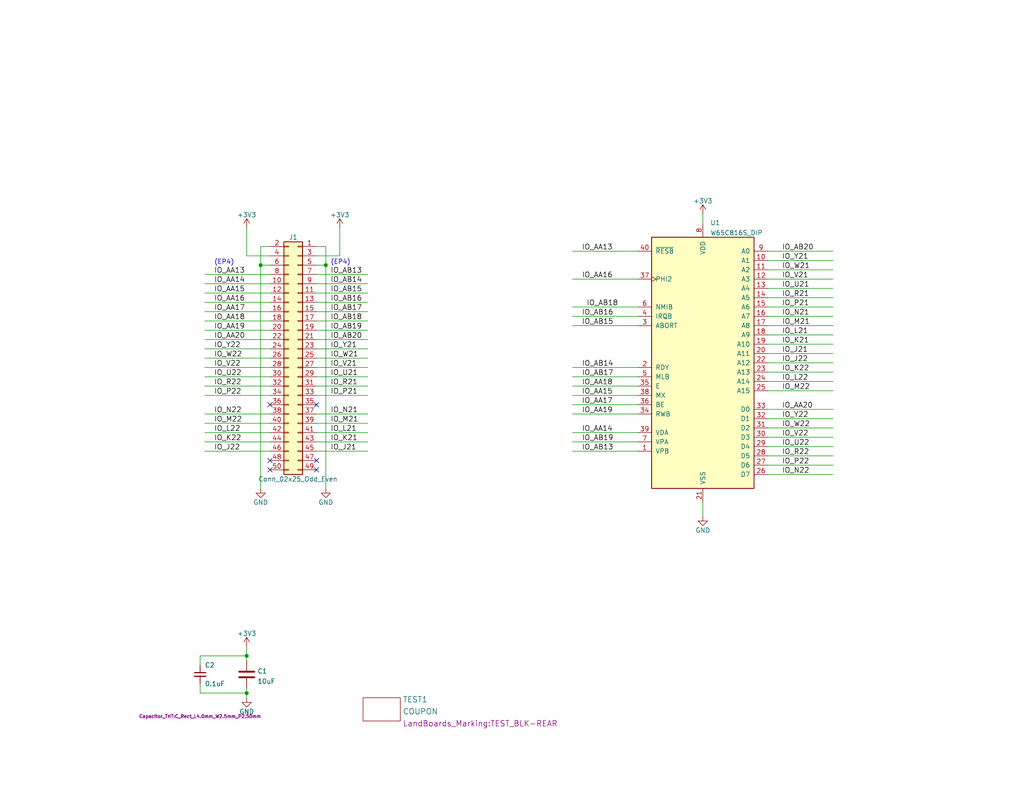
<source format=kicad_sch>
(kicad_sch (version 20211123) (generator eeschema)
  (paper "A")
  (title_block (title "ITX-65C816") (date "2022-08-27") (company "land-boards.com") (comment 1 "65C816 CPU CARD"))
  (lib_symbols
    (symbol "Connector_Generic:Conn_02x25_Odd_Even" (pin_names (offset 1.016) hide)
      (property "Reference" "J" (at 1.27 33.02 0))
      (property "Value" "Conn_02x25_Odd_Even" (at 1.27 -33.02 0))
      (symbol "Conn_02x25_Odd_Even_1_1"
        (rectangle (start -1.27 -30.353) (end 0 -30.607) (stroke (width 0.1524)))
        (rectangle (start -1.27 -27.813) (end 0 -28.067) (stroke (width 0.1524)))
        (rectangle (start -1.27 -25.273) (end 0 -25.527) (stroke (width 0.1524)))
        (rectangle (start -1.27 -22.733) (end 0 -22.987) (stroke (width 0.1524)))
        (rectangle (start -1.27 -20.193) (end 0 -20.447) (stroke (width 0.1524)))
        (rectangle (start -1.27 -17.653) (end 0 -17.907) (stroke (width 0.1524)))
        (rectangle (start -1.27 -15.113) (end 0 -15.367) (stroke (width 0.1524)))
        (rectangle (start -1.27 -12.573) (end 0 -12.827) (stroke (width 0.1524)))
        (rectangle (start -1.27 -10.033) (end 0 -10.287) (stroke (width 0.1524)))
        (rectangle (start -1.27 -7.493) (end 0 -7.747) (stroke (width 0.1524)))
        (rectangle (start -1.27 -4.953) (end 0 -5.207) (stroke (width 0.1524)))
        (rectangle (start -1.27 -2.413) (end 0 -2.667) (stroke (width 0.1524)))
        (rectangle (start -1.27 0.127) (end 0 -0.127) (stroke (width 0.1524)))
        (rectangle (start -1.27 2.667) (end 0 2.413) (stroke (width 0.1524)))
        (rectangle (start -1.27 5.207) (end 0 4.953) (stroke (width 0.1524)))
        (rectangle (start -1.27 7.747) (end 0 7.493) (stroke (width 0.1524)))
        (rectangle (start -1.27 10.287) (end 0 10.033) (stroke (width 0.1524)))
        (rectangle (start -1.27 12.827) (end 0 12.573) (stroke (width 0.1524)))
        (rectangle (start -1.27 15.367) (end 0 15.113) (stroke (width 0.1524)))
        (rectangle (start -1.27 17.907) (end 0 17.653) (stroke (width 0.1524)))
        (rectangle (start -1.27 20.447) (end 0 20.193) (stroke (width 0.1524)))
        (rectangle (start -1.27 22.987) (end 0 22.733) (stroke (width 0.1524)))
        (rectangle (start -1.27 25.527) (end 0 25.273) (stroke (width 0.1524)))
        (rectangle (start -1.27 28.067) (end 0 27.813) (stroke (width 0.1524)))
        (rectangle (start -1.27 30.607) (end 0 30.353) (stroke (width 0.1524)))
        (rectangle (start -1.27 31.75) (end 3.81 -31.75) (stroke (width 0.254)) (fill (type background)))
        (rectangle (start 3.81 -30.353) (end 2.54 -30.607) (stroke (width 0.1524)))
        (rectangle (start 3.81 -27.813) (end 2.54 -28.067) (stroke (width 0.1524)))
        (rectangle (start 3.81 -25.273) (end 2.54 -25.527) (stroke (width 0.1524)))
        (rectangle (start 3.81 -22.733) (end 2.54 -22.987) (stroke (width 0.1524)))
        (rectangle (start 3.81 -20.193) (end 2.54 -20.447) (stroke (width 0.1524)))
        (rectangle (start 3.81 -17.653) (end 2.54 -17.907) (stroke (width 0.1524)))
        (rectangle (start 3.81 -15.113) (end 2.54 -15.367) (stroke (width 0.1524)))
        (rectangle (start 3.81 -12.573) (end 2.54 -12.827) (stroke (width 0.1524)))
        (rectangle (start 3.81 -10.033) (end 2.54 -10.287) (stroke (width 0.1524)))
        (rectangle (start 3.81 -7.493) (end 2.54 -7.747) (stroke (width 0.1524)))
        (rectangle (start 3.81 -4.953) (end 2.54 -5.207) (stroke (width 0.1524)))
        (rectangle (start 3.81 -2.413) (end 2.54 -2.667) (stroke (width 0.1524)))
        (rectangle (start 3.81 0.127) (end 2.54 -0.127) (stroke (width 0.1524)))
        (rectangle (start 3.81 2.667) (end 2.54 2.413) (stroke (width 0.1524)))
        (rectangle (start 3.81 5.207) (end 2.54 4.953) (stroke (width 0.1524)))
        (rectangle (start 3.81 7.747) (end 2.54 7.493) (stroke (width 0.1524)))
        (rectangle (start 3.81 10.287) (end 2.54 10.033) (stroke (width 0.1524)))
        (rectangle (start 3.81 12.827) (end 2.54 12.573) (stroke (width 0.1524)))
        (rectangle (start 3.81 15.367) (end 2.54 15.113) (stroke (width 0.1524)))
        (rectangle (start 3.81 17.907) (end 2.54 17.653) (stroke (width 0.1524)))
        (rectangle (start 3.81 20.447) (end 2.54 20.193) (stroke (width 0.1524)))
        (rectangle (start 3.81 22.987) (end 2.54 22.733) (stroke (width 0.1524)))
        (rectangle (start 3.81 25.527) (end 2.54 25.273) (stroke (width 0.1524)))
        (rectangle (start 3.81 28.067) (end 2.54 27.813) (stroke (width 0.1524)))
        (rectangle (start 3.81 30.607) (end 2.54 30.353) (stroke (width 0.1524)))
        (pin passive line (at -5.08 30.48 0) (length 3.81) (name "Pin_1") (number "1"))
        (pin passive line (at 7.62 20.32 180) (length 3.81) (name "Pin_10") (number "10"))
        (pin passive line (at -5.08 17.78 0) (length 3.81) (name "Pin_11") (number "11"))
        (pin passive line (at 7.62 17.78 180) (length 3.81) (name "Pin_12") (number "12"))
        (pin passive line (at -5.08 15.24 0) (length 3.81) (name "Pin_13") (number "13"))
        (pin passive line (at 7.62 15.24 180) (length 3.81) (name "Pin_14") (number "14"))
        (pin passive line (at -5.08 12.7 0) (length 3.81) (name "Pin_15") (number "15"))
        (pin passive line (at 7.62 12.7 180) (length 3.81) (name "Pin_16") (number "16"))
        (pin passive line (at -5.08 10.16 0) (length 3.81) (name "Pin_17") (number "17"))
        (pin passive line (at 7.62 10.16 180) (length 3.81) (name "Pin_18") (number "18"))
        (pin passive line (at -5.08 7.62 0) (length 3.81) (name "Pin_19") (number "19"))
        (pin passive line (at 7.62 30.48 180) (length 3.81) (name "Pin_2") (number "2"))
        (pin passive line (at 7.62 7.62 180) (length 3.81) (name "Pin_20") (number "20"))
        (pin passive line (at -5.08 5.08 0) (length 3.81) (name "Pin_21") (number "21"))
        (pin passive line (at 7.62 5.08 180) (length 3.81) (name "Pin_22") (number "22"))
        (pin passive line (at -5.08 2.54 0) (length 3.81) (name "Pin_23") (number "23"))
        (pin passive line (at 7.62 2.54 180) (length 3.81) (name "Pin_24") (number "24"))
        (pin passive line (at -5.08 0 0) (length 3.81) (name "Pin_25") (number "25"))
        (pin passive line (at 7.62 0 180) (length 3.81) (name "Pin_26") (number "26"))
        (pin passive line (at -5.08 -2.54 0) (length 3.81) (name "Pin_27") (number "27"))
        (pin passive line (at 7.62 -2.54 180) (length 3.81) (name "Pin_28") (number "28"))
        (pin passive line (at -5.08 -5.08 0) (length 3.81) (name "Pin_29") (number "29"))
        (pin passive line (at -5.08 27.94 0) (length 3.81) (name "Pin_3") (number "3"))
        (pin passive line (at 7.62 -5.08 180) (length 3.81) (name "Pin_30") (number "30"))
        (pin passive line (at -5.08 -7.62 0) (length 3.81) (name "Pin_31") (number "31"))
        (pin passive line (at 7.62 -7.62 180) (length 3.81) (name "Pin_32") (number "32"))
        (pin passive line (at -5.08 -10.16 0) (length 3.81) (name "Pin_33") (number "33"))
        (pin passive line (at 7.62 -10.16 180) (length 3.81) (name "Pin_34") (number "34"))
        (pin passive line (at -5.08 -12.7 0) (length 3.81) (name "Pin_35") (number "35"))
        (pin passive line (at 7.62 -12.7 180) (length 3.81) (name "Pin_36") (number "36"))
        (pin passive line (at -5.08 -15.24 0) (length 3.81) (name "Pin_37") (number "37"))
        (pin passive line (at 7.62 -15.24 180) (length 3.81) (name "Pin_38") (number "38"))
        (pin passive line (at -5.08 -17.78 0) (length 3.81) (name "Pin_39") (number "39"))
        (pin passive line (at 7.62 27.94 180) (length 3.81) (name "Pin_4") (number "4"))
        (pin passive line (at 7.62 -17.78 180) (length 3.81) (name "Pin_40") (number "40"))
        (pin passive line (at -5.08 -20.32 0) (length 3.81) (name "Pin_41") (number "41"))
        (pin passive line (at 7.62 -20.32 180) (length 3.81) (name "Pin_42") (number "42"))
        (pin passive line (at -5.08 -22.86 0) (length 3.81) (name "Pin_43") (number "43"))
        (pin passive line (at 7.62 -22.86 180) (length 3.81) (name "Pin_44") (number "44"))
        (pin passive line (at -5.08 -25.4 0) (length 3.81) (name "Pin_45") (number "45"))
        (pin passive line (at 7.62 -25.4 180) (length 3.81) (name "Pin_46") (number "46"))
        (pin passive line (at -5.08 -27.94 0) (length 3.81) (name "Pin_47") (number "47"))
        (pin passive line (at 7.62 -27.94 180) (length 3.81) (name "Pin_48") (number "48"))
        (pin passive line (at -5.08 -30.48 0) (length 3.81) (name "Pin_49") (number "49"))
        (pin passive line (at -5.08 25.4 0) (length 3.81) (name "Pin_5") (number "5"))
        (pin passive line (at 7.62 -30.48 180) (length 3.81) (name "Pin_50") (number "50"))
        (pin passive line (at 7.62 25.4 180) (length 3.81) (name "Pin_6") (number "6"))
        (pin passive line (at -5.08 22.86 0) (length 3.81) (name "Pin_7") (number "7"))
        (pin passive line (at 7.62 22.86 180) (length 3.81) (name "Pin_8") (number "8"))
        (pin passive line (at -5.08 20.32 0) (length 3.81) (name "Pin_9") (number "9"))
      )
    )
    (symbol "Device:C" (pin_numbers hide) (pin_names (offset 0.254))
      (property "Reference" "C" (at 0.635 2.54 0))
      (property "Value" "C" (at 0.635 -2.54 0))
      (symbol "C_0_1"
        (polyline (pts (xy -2.032 -0.762) (xy 2.032 -0.762)) (stroke (width 0.508)))
        (polyline (pts (xy -2.032 0.762) (xy 2.032 0.762)) (stroke (width 0.508)))
      )
      (symbol "C_1_1"
        (pin passive line (at 0 3.81 270) (length 2.794) (name "~") (number "1"))
        (pin passive line (at 0 -3.81 90) (length 2.794) (name "~") (number "2"))
      )
    )
    (symbol "Device:C_Small" (pin_numbers hide) (pin_names (offset 0.254) hide)
      (property "Reference" "C" (at 0.254 1.778 0))
      (property "Value" "C_Small" (at 0.254 -2.032 0))
      (symbol "C_Small_0_1"
        (polyline (pts (xy -1.524 -0.508) (xy 1.524 -0.508)) (stroke (width 0.3302)))
        (polyline (pts (xy -1.524 0.508) (xy 1.524 0.508)) (stroke (width 0.3048)))
      )
      (symbol "C_Small_1_1"
        (pin passive line (at 0 2.54 270) (length 2.032) (name "~") (number "1"))
        (pin passive line (at 0 -2.54 90) (length 2.032) (name "~") (number "2"))
      )
    )
    (symbol "LandBoards:COUPON" (pin_names (offset 1.016))
      (property "Reference" "COUP?" (at 0 0 0))
      (property "Value" "COUPON" (at 0 0 0))
      (symbol "COUPON_0_1"
        (rectangle (start -5.08 0) (end 5.08 6.35))
      )
    )
    (symbol "LandBoards_Semis:W65C816S_DIP" (pin_names (offset 1.016))
      (property "Reference" "U" (at -13.97 35.56 0))
      (property "Value" "W65C816S_DIP" (at 3.81 -36.83 0))
      (symbol "W65C816S_DIP_0_1"
        (rectangle (start -13.97 34.29) (end 13.97 -34.29) (stroke (width 0.254)) (fill (type background)))
      )
      (symbol "W65C816S_DIP_1_1"
        (pin output line (at -17.78 -24.13 0) (length 3.81) (name "VPB") (number "1"))
        (pin output line (at 17.78 27.94 180) (length 3.81) (name "A1") (number "10"))
        (pin output line (at 17.78 25.4 180) (length 3.81) (name "A2") (number "11"))
        (pin output line (at 17.78 22.86 180) (length 3.81) (name "A3") (number "12"))
        (pin output line (at 17.78 20.32 180) (length 3.81) (name "A4") (number "13"))
        (pin output line (at 17.78 17.78 180) (length 3.81) (name "A5") (number "14"))
        (pin output line (at 17.78 15.24 180) (length 3.81) (name "A6") (number "15"))
        (pin output line (at 17.78 12.7 180) (length 3.81) (name "A7") (number "16"))
        (pin output line (at 17.78 10.16 180) (length 3.81) (name "A8") (number "17"))
        (pin output line (at 17.78 7.62 180) (length 3.81) (name "A9") (number "18"))
        (pin output line (at 17.78 5.08 180) (length 3.81) (name "A10") (number "19"))
        (pin input line (at -17.78 -1.27 0) (length 3.81) (name "RDY") (number "2"))
        (pin output line (at 17.78 2.54 180) (length 3.81) (name "A11") (number "20"))
        (pin power_in line (at 0 -38.1 90) (length 3.81) (name "VSS") (number "21"))
        (pin output line (at 17.78 0 180) (length 3.81) (name "A12") (number "22"))
        (pin output line (at 17.78 -2.54 180) (length 3.81) (name "A13") (number "23"))
        (pin output line (at 17.78 -5.08 180) (length 3.81) (name "A14") (number "24"))
        (pin output line (at 17.78 -7.62 180) (length 3.81) (name "A15") (number "25"))
        (pin bidirectional line (at 17.78 -30.48 180) (length 3.81) (name "D7") (number "26"))
        (pin bidirectional line (at 17.78 -27.94 180) (length 3.81) (name "D6") (number "27"))
        (pin bidirectional line (at 17.78 -25.4 180) (length 3.81) (name "D5") (number "28"))
        (pin bidirectional line (at 17.78 -22.86 180) (length 3.81) (name "D4") (number "29"))
        (pin input line (at -17.78 10.16 0) (length 3.81) (name "ABORT") (number "3"))
        (pin bidirectional line (at 17.78 -20.32 180) (length 3.81) (name "D3") (number "30"))
        (pin bidirectional line (at 17.78 -17.78 180) (length 3.81) (name "D2") (number "31"))
        (pin bidirectional line (at 17.78 -15.24 180) (length 3.81) (name "D1") (number "32"))
        (pin bidirectional line (at 17.78 -12.7 180) (length 3.81) (name "D0") (number "33"))
        (pin output line (at -17.78 -13.97 0) (length 3.81) (name "RWB") (number "34"))
        (pin input line (at -17.78 -6.35 0) (length 3.81) (name "E") (number "35"))
        (pin output line (at -17.78 -11.43 0) (length 3.81) (name "BE") (number "36"))
        (pin input clock (at -17.78 22.86 0) (length 3.81) (name "PHI2") (number "37"))
        (pin output line (at -17.78 -8.89 0) (length 3.81) (name "MX") (number "38"))
        (pin output line (at -17.78 -19.05 0) (length 3.81) (name "VDA") (number "39"))
        (pin input line (at -17.78 12.7 0) (length 3.81) (name "IRQB") (number "4"))
        (pin input line (at -17.78 30.48 0) (length 3.81) (name "~{RESB}") (number "40"))
        (pin output line (at -17.78 -3.81 0) (length 3.81) (name "MLB") (number "5"))
        (pin input line (at -17.78 15.24 0) (length 3.81) (name "NMIB") (number "6"))
        (pin output line (at -17.78 -21.59 0) (length 3.81) (name "VPA") (number "7"))
        (pin power_in line (at 0 38.1 270) (length 3.81) (name "VDD") (number "8"))
        (pin output line (at 17.78 30.48 180) (length 3.81) (name "A0") (number "9"))
      )
    )
    (symbol "power:+3.3V" (power) (pin_names (offset 0))
      (property "Value" "+3.3V" (at 0 3.556 0))
      (symbol "+3.3V_0_1"
        (polyline (pts (xy -0.762 1.27) (xy 0 2.54)))
        (polyline (pts (xy 0 0) (xy 0 2.54)))
        (polyline (pts (xy 0 2.54) (xy 0.762 1.27)))
      )
      (symbol "+3.3V_1_1"
        (pin power_in line (at 0 0 90) (length 0) hide (name "+3V3") (number "1"))
      )
    )
    (symbol "power:GND" (power) (pin_names (offset 0))
      (property "Value" "GND" (at 0 -3.81 0))
      (symbol "GND_0_1"
        (polyline (pts (xy 0 0) (xy 0 -1.27) (xy 1.27 -1.27) (xy 0 -2.54) (xy -1.27 -1.27) (xy 0 -1.27)))
      )
      (symbol "GND_1_1"
        (pin power_in line (at 0 0 270) (length 0) hide (name "GND") (number "1"))
      )
    )
  )
  (junction (at 88.9 72.39))
  (junction (at 67.31 189.23))
  (junction (at 71.12 72.39))
  (junction (at 67.31 179.07))
  (no_connect (at 86.36 110.49))
  (no_connect (at 86.36 125.73))
  (no_connect (at 86.36 128.27))
  (no_connect (at 73.66 128.27))
  (no_connect (at 73.66 110.49))
  (no_connect (at 73.66 125.73))
  (wire (pts (xy 227.33 71.12) (xy 209.55 71.12)))
  (wire (pts (xy 55.88 87.63) (xy 73.66 87.63)))
  (wire (pts (xy 67.31 187.96) (xy 67.31 189.23)))
  (wire (pts (xy 227.33 124.46) (xy 209.55 124.46)))
  (wire (pts (xy 173.99 68.58) (xy 156.21 68.58)))
  (wire (pts (xy 173.99 113.03) (xy 156.21 113.03)))
  (wire (pts (xy 73.66 107.95) (xy 55.88 107.95)))
  (wire (pts (xy 73.66 69.85) (xy 67.31 69.85)))
  (wire (pts (xy 100.33 115.57) (xy 86.36 115.57)))
  (wire (pts (xy 67.31 176.53) (xy 67.31 179.07)))
  (wire (pts (xy 173.99 102.87) (xy 156.21 102.87)))
  (wire (pts (xy 73.66 102.87) (xy 55.88 102.87)))
  (wire (pts (xy 227.33 111.76) (xy 209.55 111.76)))
  (wire (pts (xy 173.99 88.9) (xy 156.21 88.9)))
  (wire (pts (xy 55.88 123.19) (xy 73.66 123.19)))
  (wire (pts (xy 100.33 118.11) (xy 86.36 118.11)))
  (wire (pts (xy 86.36 123.19) (xy 100.33 123.19)))
  (wire (pts (xy 227.33 104.14) (xy 209.55 104.14)))
  (wire (pts (xy 86.36 77.47) (xy 100.33 77.47)))
  (wire (pts (xy 227.33 121.92) (xy 209.55 121.92)))
  (wire (pts (xy 54.61 189.23) (xy 54.61 186.69)))
  (wire (pts (xy 191.77 137.16) (xy 191.77 140.97)))
  (wire (pts (xy 100.33 105.41) (xy 86.36 105.41)))
  (wire (pts (xy 71.12 72.39) (xy 71.12 133.35)))
  (wire (pts (xy 173.99 83.82) (xy 156.21 83.82)))
  (wire (pts (xy 100.33 95.25) (xy 86.36 95.25)))
  (wire (pts (xy 173.99 76.2) (xy 156.21 76.2)))
  (wire (pts (xy 55.88 85.09) (xy 73.66 85.09)))
  (wire (pts (xy 73.66 97.79) (xy 55.88 97.79)))
  (wire (pts (xy 73.66 105.41) (xy 55.88 105.41)))
  (wire (pts (xy 173.99 120.65) (xy 156.21 120.65)))
  (wire (pts (xy 54.61 179.07) (xy 54.61 181.61)))
  (wire (pts (xy 191.77 58.42) (xy 191.77 60.96)))
  (wire (pts (xy 86.36 80.01) (xy 100.33 80.01)))
  (wire (pts (xy 100.33 107.95) (xy 86.36 107.95)))
  (wire (pts (xy 173.99 100.33) (xy 156.21 100.33)))
  (wire (pts (xy 227.33 99.06) (xy 209.55 99.06)))
  (wire (pts (xy 227.33 129.54) (xy 209.55 129.54)))
  (wire (pts (xy 173.99 118.11) (xy 156.21 118.11)))
  (wire (pts (xy 227.33 127) (xy 209.55 127)))
  (wire (pts (xy 173.99 107.95) (xy 156.21 107.95)))
  (wire (pts (xy 227.33 101.6) (xy 209.55 101.6)))
  (wire (pts (xy 227.33 78.74) (xy 209.55 78.74)))
  (wire (pts (xy 100.33 97.79) (xy 86.36 97.79)))
  (wire (pts (xy 173.99 123.19) (xy 156.21 123.19)))
  (wire (pts (xy 55.88 77.47) (xy 73.66 77.47)))
  (wire (pts (xy 86.36 74.93) (xy 100.33 74.93)))
  (wire (pts (xy 73.66 115.57) (xy 55.88 115.57)))
  (wire (pts (xy 67.31 189.23) (xy 67.31 190.5)))
  (wire (pts (xy 86.36 87.63) (xy 100.33 87.63)))
  (wire (pts (xy 227.33 93.98) (xy 209.55 93.98)))
  (wire (pts (xy 86.36 82.55) (xy 100.33 82.55)))
  (wire (pts (xy 67.31 179.07) (xy 67.31 180.34)))
  (wire (pts (xy 227.33 88.9) (xy 209.55 88.9)))
  (wire (pts (xy 86.36 67.31) (xy 88.9 67.31)))
  (wire (pts (xy 73.66 67.31) (xy 71.12 67.31)))
  (wire (pts (xy 227.33 73.66) (xy 209.55 73.66)))
  (wire (pts (xy 67.31 189.23) (xy 54.61 189.23)))
  (wire (pts (xy 71.12 67.31) (xy 71.12 72.39)))
  (wire (pts (xy 173.99 86.36) (xy 156.21 86.36)))
  (wire (pts (xy 73.66 120.65) (xy 55.88 120.65)))
  (wire (pts (xy 73.66 118.11) (xy 55.88 118.11)))
  (wire (pts (xy 173.99 110.49) (xy 156.21 110.49)))
  (wire (pts (xy 227.33 86.36) (xy 209.55 86.36)))
  (wire (pts (xy 92.71 69.85) (xy 92.71 62.23)))
  (wire (pts (xy 67.31 69.85) (xy 67.31 62.23)))
  (wire (pts (xy 227.33 81.28) (xy 209.55 81.28)))
  (wire (pts (xy 100.33 113.03) (xy 86.36 113.03)))
  (wire (pts (xy 227.33 116.84) (xy 209.55 116.84)))
  (wire (pts (xy 227.33 106.68) (xy 209.55 106.68)))
  (wire (pts (xy 227.33 68.58) (xy 209.55 68.58)))
  (wire (pts (xy 55.88 90.17) (xy 73.66 90.17)))
  (wire (pts (xy 88.9 67.31) (xy 88.9 72.39)))
  (wire (pts (xy 67.31 179.07) (xy 54.61 179.07)))
  (wire (pts (xy 73.66 92.71) (xy 55.88 92.71)))
  (wire (pts (xy 73.66 100.33) (xy 55.88 100.33)))
  (wire (pts (xy 55.88 80.01) (xy 73.66 80.01)))
  (wire (pts (xy 100.33 120.65) (xy 86.36 120.65)))
  (wire (pts (xy 55.88 82.55) (xy 73.66 82.55)))
  (wire (pts (xy 100.33 102.87) (xy 86.36 102.87)))
  (wire (pts (xy 227.33 91.44) (xy 209.55 91.44)))
  (wire (pts (xy 100.33 92.71) (xy 86.36 92.71)))
  (wire (pts (xy 86.36 69.85) (xy 92.71 69.85)))
  (wire (pts (xy 173.99 105.41) (xy 156.21 105.41)))
  (wire (pts (xy 227.33 119.38) (xy 209.55 119.38)))
  (wire (pts (xy 88.9 72.39) (xy 88.9 133.35)))
  (wire (pts (xy 73.66 72.39) (xy 71.12 72.39)))
  (wire (pts (xy 73.66 95.25) (xy 55.88 95.25)))
  (wire (pts (xy 86.36 72.39) (xy 88.9 72.39)))
  (wire (pts (xy 227.33 76.2) (xy 209.55 76.2)))
  (wire (pts (xy 73.66 113.03) (xy 55.88 113.03)))
  (wire (pts (xy 227.33 96.52) (xy 209.55 96.52)))
  (wire (pts (xy 227.33 83.82) (xy 209.55 83.82)))
  (wire (pts (xy 86.36 85.09) (xy 100.33 85.09)))
  (wire (pts (xy 55.88 74.93) (xy 73.66 74.93)))
  (wire (pts (xy 100.33 100.33) (xy 86.36 100.33)))
  (wire (pts (xy 86.36 90.17) (xy 100.33 90.17)))
  (wire (pts (xy 227.33 114.3) (xy 209.55 114.3)))
  (text "(EP4)" (at 58.42 72.39 0) (effects (font (size 1.27 1.27)) (justify left bottom)))
  (text "(EP4)" (at 90.17 72.39 0) (effects (font (size 1.27 1.27)) (justify left bottom)))
  (label "IO_AB15" (at 158.75 88.9 0) (effects (font (size 1.397 1.397))))
  (label "IO_U22" (at 58.42 102.87 0) (effects (font (size 1.397 1.397))))
  (label "IO_N21" (at 213.36 86.36 0) (effects (font (size 1.397 1.397))))
  (label "IO_AA20" (at 58.42 92.71 0) (effects (font (size 1.397 1.397))))
  (label "IO_V21" (at 90.17 100.33 0) (effects (font (size 1.397 1.397))))
  (label "IO_W22" (at 58.42 97.79 0) (effects (font (size 1.397 1.397))))
  (label "IO_AB20" (at 213.36 68.58 0) (effects (font (size 1.397 1.397))))
  (label "IO_N21" (at 90.17 113.03 0) (effects (font (size 1.397 1.397))))
  (label "IO_AB18" (at 90.17 87.63 0) (effects (font (size 1.397 1.397))))
  (label "IO_P22" (at 58.42 107.95 0) (effects (font (size 1.397 1.397))))
  (label "IO_Y22" (at 213.36 114.3 0) (effects (font (size 1.397 1.397))))
  (label "IO_AB17" (at 90.17 85.09 0) (effects (font (size 1.397 1.397))))
  (label "IO_AB13" (at 158.75 123.19 0) (effects (font (size 1.397 1.397))))
  (label "IO_R22" (at 213.36 124.46 0) (effects (font (size 1.397 1.397))))
  (label "IO_AB20" (at 90.17 92.71 0) (effects (font (size 1.397 1.397))))
  (label "IO_AA16" (at 158.75 76.2 0) (effects (font (size 1.397 1.397))))
  (label "IO_P22" (at 213.36 127 0) (effects (font (size 1.397 1.397))))
  (label "IO_AB19" (at 158.75 120.65 0) (effects (font (size 1.397 1.397))))
  (label "IO_K22" (at 213.36 101.6 0) (effects (font (size 1.397 1.397))))
  (label "IO_AA15" (at 58.42 80.01 0) (effects (font (size 1.397 1.397))))
  (label "IO_Y21" (at 213.36 71.12 0) (effects (font (size 1.397 1.397))))
  (label "IO_J21" (at 213.36 96.52 0) (effects (font (size 1.397 1.397))))
  (label "IO_AA15" (at 158.75 107.95 0) (effects (font (size 1.397 1.397))))
  (label "IO_R21" (at 90.17 105.41 0) (effects (font (size 1.397 1.397))))
  (label "IO_AB15" (at 90.17 80.01 0) (effects (font (size 1.397 1.397))))
  (label "IO_AB16" (at 158.75 86.36 0) (effects (font (size 1.397 1.397))))
  (label "IO_AA18" (at 58.42 87.63 0) (effects (font (size 1.397 1.397))))
  (label "IO_W21" (at 90.17 97.79 0) (effects (font (size 1.397 1.397))))
  (label "IO_W21" (at 213.36 73.66 0) (effects (font (size 1.397 1.397))))
  (label "IO_R21" (at 213.36 81.28 0) (effects (font (size 1.397 1.397))))
  (label "IO_AA14" (at 158.75 118.11 0) (effects (font (size 1.397 1.397))))
  (label "IO_M22" (at 58.42 115.57 0) (effects (font (size 1.397 1.397))))
  (label "IO_U21" (at 90.17 102.87 0) (effects (font (size 1.397 1.397))))
  (label "IO_P21" (at 213.36 83.82 0) (effects (font (size 1.397 1.397))))
  (label "IO_V22" (at 58.42 100.33 0) (effects (font (size 1.397 1.397))))
  (label "IO_U22" (at 213.36 121.92 0) (effects (font (size 1.397 1.397))))
  (label "IO_M22" (at 213.36 106.68 0) (effects (font (size 1.397 1.397))))
  (label "IO_AA20" (at 213.36 111.76 0) (effects (font (size 1.397 1.397))))
  (label "IO_L21" (at 213.36 91.44 0) (effects (font (size 1.397 1.397))))
  (label "IO_K21" (at 90.17 120.65 0) (effects (font (size 1.397 1.397))))
  (label "IO_Y22" (at 58.42 95.25 0) (effects (font (size 1.397 1.397))))
  (label "IO_AA13" (at 58.42 74.93 0) (effects (font (size 1.397 1.397))))
  (label "IO_U21" (at 213.36 78.74 0) (effects (font (size 1.397 1.397))))
  (label "IO_AB14" (at 90.17 77.47 0) (effects (font (size 1.397 1.397))))
  (label "IO_AA19" (at 58.42 90.17 0) (effects (font (size 1.397 1.397))))
  (label "IO_AB16" (at 90.17 82.55 0) (effects (font (size 1.397 1.397))))
  (label "IO_K21" (at 213.36 93.98 0) (effects (font (size 1.397 1.397))))
  (label "IO_AA14" (at 58.42 77.47 0) (effects (font (size 1.397 1.397))))
  (label "IO_K22" (at 58.42 120.65 0) (effects (font (size 1.397 1.397))))
  (label "IO_N22" (at 58.42 113.03 0) (effects (font (size 1.397 1.397))))
  (label "IO_AB14" (at 158.75 100.33 0) (effects (font (size 1.397 1.397))))
  (label "IO_AA16" (at 58.42 82.55 0) (effects (font (size 1.397 1.397))))
  (label "IO_AA18" (at 158.75 105.41 0) (effects (font (size 1.397 1.397))))
  (label "IO_AB18" (at 160.02 83.82 0) (effects (font (size 1.397 1.397))))
  (label "IO_V22" (at 213.36 119.38 0) (effects (font (size 1.397 1.397))))
  (label "IO_P21" (at 90.17 107.95 0) (effects (font (size 1.397 1.397))))
  (label "IO_AA13" (at 158.75 68.58 0) (effects (font (size 1.397 1.397))))
  (label "IO_AA19" (at 158.75 113.03 0) (effects (font (size 1.397 1.397))))
  (label "IO_J22" (at 58.42 123.19 0) (effects (font (size 1.397 1.397))))
  (label "IO_AB19" (at 90.17 90.17 0) (effects (font (size 1.397 1.397))))
  (label "IO_M21" (at 213.36 88.9 0) (effects (font (size 1.397 1.397))))
  (label "IO_J22" (at 213.36 99.06 0) (effects (font (size 1.397 1.397))))
  (label "IO_M21" (at 90.17 115.57 0) (effects (font (size 1.397 1.397))))
  (label "IO_AA17" (at 58.42 85.09 0) (effects (font (size 1.397 1.397))))
  (label "IO_V21" (at 213.36 76.2 0) (effects (font (size 1.397 1.397))))
  (label "IO_W22" (at 213.36 116.84 0) (effects (font (size 1.397 1.397))))
  (label "IO_Y21" (at 90.17 95.25 0) (effects (font (size 1.397 1.397))))
  (label "IO_AA17" (at 158.75 110.49 0) (effects (font (size 1.397 1.397))))
  (label "IO_AB17" (at 158.75 102.87 0) (effects (font (size 1.397 1.397))))
  (label "IO_L22" (at 58.42 118.11 0) (effects (font (size 1.397 1.397))))
  (label "IO_N22" (at 213.36 129.54 0) (effects (font (size 1.397 1.397))))
  (label "IO_R22" (at 58.42 105.41 0) (effects (font (size 1.397 1.397))))
  (label "IO_L21" (at 90.17 118.11 0) (effects (font (size 1.397 1.397))))
  (label "IO_AB13" (at 90.17 74.93 0) (effects (font (size 1.397 1.397))))
  (label "IO_J21" (at 90.17 123.19 0) (effects (font (size 1.397 1.397))))
  (label "IO_L22" (at 213.36 104.14 0) (effects (font (size 1.397 1.397))))
  (symbol (lib_id "LandBoards:COUPON") (at 104.14 196.85 0) (unit 1)
    (property "Reference" "TEST1" (at 109.855 190.9708 0) (effects (font (size 1.524 1.524)) (justify left)))
    (property "Value" "COUPON" (at 109.855 194.2498 0) (effects (font (size 1.524 1.524)) (justify left)))
    (property "Footprint" "LandBoards_Marking:TEST_BLK-REAR" (at 109.855 197.5288 0) (effects (font (size 1.524 1.524)) (justify left)))
  )
  (symbol (lib_id "power:GND") (at 71.12 133.35 0) (unit 1)
    (property "Reference" "#PWR0103" (effects hide))
    (property "Value" "GND" (at 71.12 137.16 0))
  )
  (symbol (lib_id "power:+3.3V") (at 67.31 62.23 0) (unit 1)
    (property "Reference" "#PWR0101" (effects hide))
    (property "Value" "+3.3V" (at 67.31 58.674 0))
  )
  (symbol (lib_id "power:+3.3V") (at 191.77 58.42 0) (unit 1)
    (property "Reference" "#PWR0134" (effects hide))
    (property "Value" "+3.3V" (at 191.77 54.864 0))
  )
  (symbol (lib_id "LandBoards_Semis:W65C816S_DIP") (at 191.77 99.06 0) (unit 1)
    (property "Reference" "U1" (at 193.7894 60.8035 0) (effects (justify left)))
    (property "Value" "W65C816S_DIP" (at 193.7894 63.5786 0) (effects (justify left)))
    (property "Footprint" "Package_DIP:DIP-40_W15.24mm_Socket" (effects hide))
  )
  (symbol (lib_id "Device:C") (at 67.31 184.15 0) (unit 1)
    (property "Reference" "C1" (at 70.231 183.2415 0) (effects (justify left)))
    (property "Value" "10uF" (at 70.231 186.0166 0) (effects (justify left)))
    (property "Footprint" "Capacitor_THT:CP_Radial_D5.0mm_P2.50mm" (effects hide))
  )
  (symbol (lib_id "power:+3.3V") (at 92.71 62.23 0) (unit 1)
    (property "Reference" "#PWR0102" (effects hide))
    (property "Value" "+3.3V" (at 92.71 58.674 0))
  )
  (symbol (lib_id "Device:C_Small") (at 54.61 184.15 0) (unit 1)
    (property "Reference" "C2" (at 55.88 181.61 0) (effects (justify left)))
    (property "Value" "0.1uF" (at 55.88 186.69 0) (effects (justify left)))
    (property "Footprint" "Capacitor_THT:C_Rect_L4.0mm_W2.5mm_P2.50mm" (at 54.61 195.58 0) (effects (font (size 0.889 0.889))))
  )
  (symbol (lib_id "power:GND") (at 88.9 133.35 0) (unit 1)
    (property "Reference" "#PWR0104" (effects hide))
    (property "Value" "GND" (at 88.9 137.16 0))
  )
  (symbol (lib_id "Connector_Generic:Conn_02x25_Odd_Even") (at 81.28 97.79 0) (mirror y) (unit 1)
    (property "Reference" "J1" (at 80.01 64.77 0))
    (property "Value" "Conn_02x25_Odd_Even" (at 81.28 130.81 0))
    (property "Footprint" "LandBoards_Conns:PinHeader_2x25_P2.54mm_Horizontal-FLIPPED" (effects hide))
  )
  (symbol (lib_id "power:GND") (at 191.77 140.97 0) (unit 1)
    (property "Reference" "#PWR0133" (effects hide))
    (property "Value" "GND" (at 191.77 144.78 0))
  )
  (symbol (lib_id "power:GND") (at 67.31 190.5 0) (unit 1)
    (property "Reference" "#PWR0106" (effects hide))
    (property "Value" "GND" (at 67.31 194.31 0))
  )
  (symbol (lib_id "power:+3.3V") (at 67.31 176.53 0) (unit 1)
    (property "Reference" "#PWR0105" (effects hide))
    (property "Value" "+3.3V" (at 67.31 172.974 0))
  )
)
</source>
